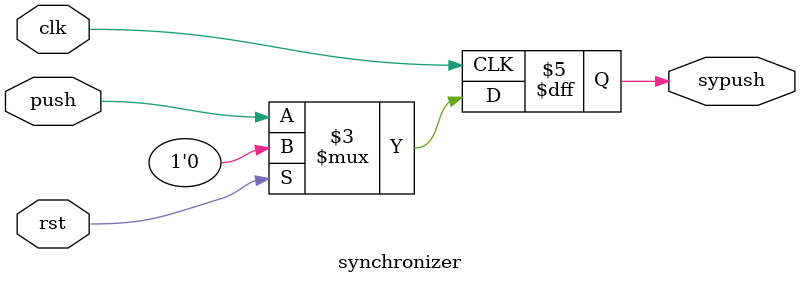
<source format=v>
`timescale 1ns / 1ps
module synchronizer(push, clk, rst, sypush);
  input push, clk, rst;
  output sypush;
  reg sypush;
  always @(posedge clk)
    begin
		if(rst) sypush = 0;
		else sypush = push;
    end
endmodule

</source>
